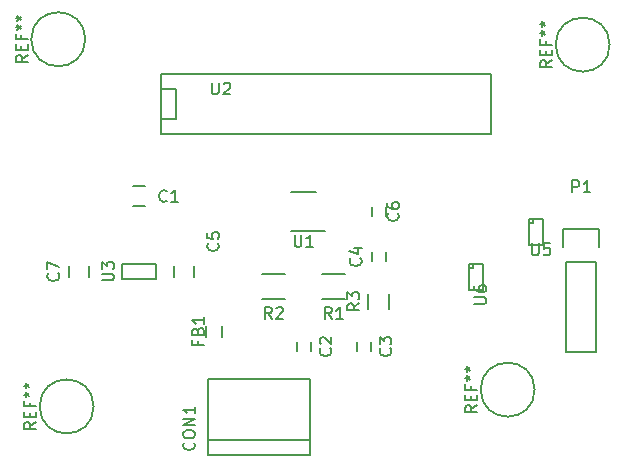
<source format=gbr>
G04 #@! TF.FileFunction,Legend,Top*
%FSLAX46Y46*%
G04 Gerber Fmt 4.6, Leading zero omitted, Abs format (unit mm)*
G04 Created by KiCad (PCBNEW (2015-07-31 BZR 6030)-product) date Sat Sep 12 09:45:30 2015*
%MOMM*%
G01*
G04 APERTURE LIST*
%ADD10C,0.100000*%
%ADD11C,0.150000*%
G04 APERTURE END LIST*
D10*
D11*
X171363600Y-118454000D02*
G75*
G03X171363600Y-118454000I-2286000J0D01*
G01*
X177713600Y-89244000D02*
G75*
G03X177713600Y-89244000I-2286000J0D01*
G01*
X133314400Y-88786800D02*
G75*
G03X133314400Y-88786800I-2286000J0D01*
G01*
X138335600Y-101246400D02*
X137335600Y-101246400D01*
X137335600Y-102946400D02*
X138335600Y-102946400D01*
X152405600Y-114446400D02*
X152405600Y-115146400D01*
X151205600Y-115146400D02*
X151205600Y-114446400D01*
X157485600Y-114446400D02*
X157485600Y-115146400D01*
X156285600Y-115146400D02*
X156285600Y-114446400D01*
X157555600Y-107526400D02*
X157555600Y-106826400D01*
X158755600Y-106826400D02*
X158755600Y-107526400D01*
X140795600Y-107946400D02*
X140795600Y-108946400D01*
X142495600Y-108946400D02*
X142495600Y-107946400D01*
X157555600Y-103716400D02*
X157555600Y-103016400D01*
X158755600Y-103016400D02*
X158755600Y-103716400D01*
X131905600Y-107946400D02*
X131905600Y-108946400D01*
X133605600Y-108946400D02*
X133605600Y-107946400D01*
X143675600Y-123986400D02*
X152375600Y-123986400D01*
X143675600Y-117581400D02*
X152375600Y-117581400D01*
X152375600Y-117581400D02*
X152375600Y-123986400D01*
X152375600Y-122756400D02*
X143675600Y-122756400D01*
X143675600Y-123986400D02*
X143675600Y-117581400D01*
X143510600Y-114026400D02*
X143510600Y-113026400D01*
X144860600Y-113026400D02*
X144860600Y-114026400D01*
X174030600Y-107659000D02*
X174030600Y-115279000D01*
X176570600Y-107659000D02*
X176570600Y-115279000D01*
X176850600Y-104839000D02*
X176850600Y-106389000D01*
X174030600Y-115279000D02*
X176570600Y-115279000D01*
X176570600Y-107659000D02*
X174030600Y-107659000D01*
X173750600Y-106389000D02*
X173750600Y-104839000D01*
X173750600Y-104839000D02*
X176850600Y-104839000D01*
X153345600Y-108641400D02*
X155345600Y-108641400D01*
X155345600Y-110791400D02*
X153345600Y-110791400D01*
X148265600Y-108641400D02*
X150265600Y-108641400D01*
X150265600Y-110791400D02*
X148265600Y-110791400D01*
X159030600Y-110386400D02*
X159030600Y-111586400D01*
X157280600Y-111586400D02*
X157280600Y-110386400D01*
X152855600Y-101741400D02*
X150755600Y-101741400D01*
X153630600Y-104991400D02*
X150755600Y-104991400D01*
X139715200Y-93003200D02*
X140985200Y-93003200D01*
X140985200Y-93003200D02*
X140985200Y-95543200D01*
X140985200Y-95543200D02*
X139715200Y-95543200D01*
X139715200Y-91733200D02*
X167655200Y-91733200D01*
X167655200Y-91733200D02*
X167655200Y-96813200D01*
X167655200Y-96813200D02*
X139715200Y-96813200D01*
X139715200Y-96813200D02*
X139715200Y-91733200D01*
X139285600Y-107846400D02*
X136385600Y-107846400D01*
X139285600Y-109046400D02*
X136385600Y-109046400D01*
X136385600Y-109046400D02*
X136385600Y-107846400D01*
X139285600Y-107846400D02*
X139285600Y-109046400D01*
X171190600Y-104019000D02*
X171190600Y-104319000D01*
X171190600Y-104319000D02*
X170890600Y-104319000D01*
X172090600Y-106219000D02*
X172090600Y-104019000D01*
X172090600Y-104019000D02*
X170890600Y-104019000D01*
X170890600Y-104019000D02*
X170890600Y-106219000D01*
X170890600Y-106219000D02*
X172090600Y-106219000D01*
X166110600Y-107829000D02*
X166110600Y-108129000D01*
X166110600Y-108129000D02*
X165810600Y-108129000D01*
X167010600Y-110029000D02*
X167010600Y-107829000D01*
X167010600Y-107829000D02*
X165810600Y-107829000D01*
X165810600Y-107829000D02*
X165810600Y-110029000D01*
X165810600Y-110029000D02*
X167010600Y-110029000D01*
X134025600Y-119876400D02*
G75*
G03X134025600Y-119876400I-2286000J0D01*
G01*
X166481981Y-119787333D02*
X166005790Y-120120667D01*
X166481981Y-120358762D02*
X165481981Y-120358762D01*
X165481981Y-119977809D01*
X165529600Y-119882571D01*
X165577219Y-119834952D01*
X165672457Y-119787333D01*
X165815314Y-119787333D01*
X165910552Y-119834952D01*
X165958171Y-119882571D01*
X166005790Y-119977809D01*
X166005790Y-120358762D01*
X165958171Y-119358762D02*
X165958171Y-119025428D01*
X166481981Y-118882571D02*
X166481981Y-119358762D01*
X165481981Y-119358762D01*
X165481981Y-118882571D01*
X165958171Y-118120666D02*
X165958171Y-118454000D01*
X166481981Y-118454000D02*
X165481981Y-118454000D01*
X165481981Y-117977809D01*
X165481981Y-117454000D02*
X165720076Y-117454000D01*
X165624838Y-117692095D02*
X165720076Y-117454000D01*
X165624838Y-117215904D01*
X165910552Y-117596857D02*
X165720076Y-117454000D01*
X165910552Y-117311142D01*
X165481981Y-116692095D02*
X165720076Y-116692095D01*
X165624838Y-116930190D02*
X165720076Y-116692095D01*
X165624838Y-116453999D01*
X165910552Y-116834952D02*
X165720076Y-116692095D01*
X165910552Y-116549237D01*
X172831981Y-90577333D02*
X172355790Y-90910667D01*
X172831981Y-91148762D02*
X171831981Y-91148762D01*
X171831981Y-90767809D01*
X171879600Y-90672571D01*
X171927219Y-90624952D01*
X172022457Y-90577333D01*
X172165314Y-90577333D01*
X172260552Y-90624952D01*
X172308171Y-90672571D01*
X172355790Y-90767809D01*
X172355790Y-91148762D01*
X172308171Y-90148762D02*
X172308171Y-89815428D01*
X172831981Y-89672571D02*
X172831981Y-90148762D01*
X171831981Y-90148762D01*
X171831981Y-89672571D01*
X172308171Y-88910666D02*
X172308171Y-89244000D01*
X172831981Y-89244000D02*
X171831981Y-89244000D01*
X171831981Y-88767809D01*
X171831981Y-88244000D02*
X172070076Y-88244000D01*
X171974838Y-88482095D02*
X172070076Y-88244000D01*
X171974838Y-88005904D01*
X172260552Y-88386857D02*
X172070076Y-88244000D01*
X172260552Y-88101142D01*
X171831981Y-87482095D02*
X172070076Y-87482095D01*
X171974838Y-87720190D02*
X172070076Y-87482095D01*
X171974838Y-87243999D01*
X172260552Y-87624952D02*
X172070076Y-87482095D01*
X172260552Y-87339237D01*
X128432781Y-90120133D02*
X127956590Y-90453467D01*
X128432781Y-90691562D02*
X127432781Y-90691562D01*
X127432781Y-90310609D01*
X127480400Y-90215371D01*
X127528019Y-90167752D01*
X127623257Y-90120133D01*
X127766114Y-90120133D01*
X127861352Y-90167752D01*
X127908971Y-90215371D01*
X127956590Y-90310609D01*
X127956590Y-90691562D01*
X127908971Y-89691562D02*
X127908971Y-89358228D01*
X128432781Y-89215371D02*
X128432781Y-89691562D01*
X127432781Y-89691562D01*
X127432781Y-89215371D01*
X127908971Y-88453466D02*
X127908971Y-88786800D01*
X128432781Y-88786800D02*
X127432781Y-88786800D01*
X127432781Y-88310609D01*
X127432781Y-87786800D02*
X127670876Y-87786800D01*
X127575638Y-88024895D02*
X127670876Y-87786800D01*
X127575638Y-87548704D01*
X127861352Y-87929657D02*
X127670876Y-87786800D01*
X127861352Y-87643942D01*
X127432781Y-87024895D02*
X127670876Y-87024895D01*
X127575638Y-87262990D02*
X127670876Y-87024895D01*
X127575638Y-86786799D01*
X127861352Y-87167752D02*
X127670876Y-87024895D01*
X127861352Y-86882037D01*
X140208934Y-102453543D02*
X140161315Y-102501162D01*
X140018458Y-102548781D01*
X139923220Y-102548781D01*
X139780362Y-102501162D01*
X139685124Y-102405924D01*
X139637505Y-102310686D01*
X139589886Y-102120210D01*
X139589886Y-101977352D01*
X139637505Y-101786876D01*
X139685124Y-101691638D01*
X139780362Y-101596400D01*
X139923220Y-101548781D01*
X140018458Y-101548781D01*
X140161315Y-101596400D01*
X140208934Y-101644019D01*
X141161315Y-102548781D02*
X140589886Y-102548781D01*
X140875600Y-102548781D02*
X140875600Y-101548781D01*
X140780362Y-101691638D01*
X140685124Y-101786876D01*
X140589886Y-101834495D01*
X154062743Y-114963066D02*
X154110362Y-115010685D01*
X154157981Y-115153542D01*
X154157981Y-115248780D01*
X154110362Y-115391638D01*
X154015124Y-115486876D01*
X153919886Y-115534495D01*
X153729410Y-115582114D01*
X153586552Y-115582114D01*
X153396076Y-115534495D01*
X153300838Y-115486876D01*
X153205600Y-115391638D01*
X153157981Y-115248780D01*
X153157981Y-115153542D01*
X153205600Y-115010685D01*
X153253219Y-114963066D01*
X153253219Y-114582114D02*
X153205600Y-114534495D01*
X153157981Y-114439257D01*
X153157981Y-114201161D01*
X153205600Y-114105923D01*
X153253219Y-114058304D01*
X153348457Y-114010685D01*
X153443695Y-114010685D01*
X153586552Y-114058304D01*
X154157981Y-114629733D01*
X154157981Y-114010685D01*
X159142743Y-114963066D02*
X159190362Y-115010685D01*
X159237981Y-115153542D01*
X159237981Y-115248780D01*
X159190362Y-115391638D01*
X159095124Y-115486876D01*
X158999886Y-115534495D01*
X158809410Y-115582114D01*
X158666552Y-115582114D01*
X158476076Y-115534495D01*
X158380838Y-115486876D01*
X158285600Y-115391638D01*
X158237981Y-115248780D01*
X158237981Y-115153542D01*
X158285600Y-115010685D01*
X158333219Y-114963066D01*
X158237981Y-114629733D02*
X158237981Y-114010685D01*
X158618933Y-114344019D01*
X158618933Y-114201161D01*
X158666552Y-114105923D01*
X158714171Y-114058304D01*
X158809410Y-114010685D01*
X159047505Y-114010685D01*
X159142743Y-114058304D01*
X159190362Y-114105923D01*
X159237981Y-114201161D01*
X159237981Y-114486876D01*
X159190362Y-114582114D01*
X159142743Y-114629733D01*
X156612743Y-107343066D02*
X156660362Y-107390685D01*
X156707981Y-107533542D01*
X156707981Y-107628780D01*
X156660362Y-107771638D01*
X156565124Y-107866876D01*
X156469886Y-107914495D01*
X156279410Y-107962114D01*
X156136552Y-107962114D01*
X155946076Y-107914495D01*
X155850838Y-107866876D01*
X155755600Y-107771638D01*
X155707981Y-107628780D01*
X155707981Y-107533542D01*
X155755600Y-107390685D01*
X155803219Y-107343066D01*
X156041314Y-106485923D02*
X156707981Y-106485923D01*
X155660362Y-106724019D02*
X156374648Y-106962114D01*
X156374648Y-106343066D01*
X144542743Y-106073066D02*
X144590362Y-106120685D01*
X144637981Y-106263542D01*
X144637981Y-106358780D01*
X144590362Y-106501638D01*
X144495124Y-106596876D01*
X144399886Y-106644495D01*
X144209410Y-106692114D01*
X144066552Y-106692114D01*
X143876076Y-106644495D01*
X143780838Y-106596876D01*
X143685600Y-106501638D01*
X143637981Y-106358780D01*
X143637981Y-106263542D01*
X143685600Y-106120685D01*
X143733219Y-106073066D01*
X143637981Y-105168304D02*
X143637981Y-105644495D01*
X144114171Y-105692114D01*
X144066552Y-105644495D01*
X144018933Y-105549257D01*
X144018933Y-105311161D01*
X144066552Y-105215923D01*
X144114171Y-105168304D01*
X144209410Y-105120685D01*
X144447505Y-105120685D01*
X144542743Y-105168304D01*
X144590362Y-105215923D01*
X144637981Y-105311161D01*
X144637981Y-105549257D01*
X144590362Y-105644495D01*
X144542743Y-105692114D01*
X159782743Y-103533066D02*
X159830362Y-103580685D01*
X159877981Y-103723542D01*
X159877981Y-103818780D01*
X159830362Y-103961638D01*
X159735124Y-104056876D01*
X159639886Y-104104495D01*
X159449410Y-104152114D01*
X159306552Y-104152114D01*
X159116076Y-104104495D01*
X159020838Y-104056876D01*
X158925600Y-103961638D01*
X158877981Y-103818780D01*
X158877981Y-103723542D01*
X158925600Y-103580685D01*
X158973219Y-103533066D01*
X158877981Y-102675923D02*
X158877981Y-102866400D01*
X158925600Y-102961638D01*
X158973219Y-103009257D01*
X159116076Y-103104495D01*
X159306552Y-103152114D01*
X159687505Y-103152114D01*
X159782743Y-103104495D01*
X159830362Y-103056876D01*
X159877981Y-102961638D01*
X159877981Y-102771161D01*
X159830362Y-102675923D01*
X159782743Y-102628304D01*
X159687505Y-102580685D01*
X159449410Y-102580685D01*
X159354171Y-102628304D01*
X159306552Y-102675923D01*
X159258933Y-102771161D01*
X159258933Y-102961638D01*
X159306552Y-103056876D01*
X159354171Y-103104495D01*
X159449410Y-103152114D01*
X131012743Y-108613066D02*
X131060362Y-108660685D01*
X131107981Y-108803542D01*
X131107981Y-108898780D01*
X131060362Y-109041638D01*
X130965124Y-109136876D01*
X130869886Y-109184495D01*
X130679410Y-109232114D01*
X130536552Y-109232114D01*
X130346076Y-109184495D01*
X130250838Y-109136876D01*
X130155600Y-109041638D01*
X130107981Y-108898780D01*
X130107981Y-108803542D01*
X130155600Y-108660685D01*
X130203219Y-108613066D01*
X130107981Y-108279733D02*
X130107981Y-107613066D01*
X131107981Y-108041638D01*
X142507743Y-122945685D02*
X142555362Y-122993304D01*
X142602981Y-123136161D01*
X142602981Y-123231399D01*
X142555362Y-123374257D01*
X142460124Y-123469495D01*
X142364886Y-123517114D01*
X142174410Y-123564733D01*
X142031552Y-123564733D01*
X141841076Y-123517114D01*
X141745838Y-123469495D01*
X141650600Y-123374257D01*
X141602981Y-123231399D01*
X141602981Y-123136161D01*
X141650600Y-122993304D01*
X141698219Y-122945685D01*
X141602981Y-122326638D02*
X141602981Y-122136161D01*
X141650600Y-122040923D01*
X141745838Y-121945685D01*
X141936314Y-121898066D01*
X142269648Y-121898066D01*
X142460124Y-121945685D01*
X142555362Y-122040923D01*
X142602981Y-122136161D01*
X142602981Y-122326638D01*
X142555362Y-122421876D01*
X142460124Y-122517114D01*
X142269648Y-122564733D01*
X141936314Y-122564733D01*
X141745838Y-122517114D01*
X141650600Y-122421876D01*
X141602981Y-122326638D01*
X142602981Y-121469495D02*
X141602981Y-121469495D01*
X142602981Y-120898066D01*
X141602981Y-120898066D01*
X142602981Y-119898066D02*
X142602981Y-120469495D01*
X142602981Y-120183781D02*
X141602981Y-120183781D01*
X141745838Y-120279019D01*
X141841076Y-120374257D01*
X141888695Y-120469495D01*
X142844171Y-114359733D02*
X142844171Y-114693067D01*
X143367981Y-114693067D02*
X142367981Y-114693067D01*
X142367981Y-114216876D01*
X142844171Y-113502590D02*
X142891790Y-113359733D01*
X142939410Y-113312114D01*
X143034648Y-113264495D01*
X143177505Y-113264495D01*
X143272743Y-113312114D01*
X143320362Y-113359733D01*
X143367981Y-113454971D01*
X143367981Y-113835924D01*
X142367981Y-113835924D01*
X142367981Y-113502590D01*
X142415600Y-113407352D01*
X142463219Y-113359733D01*
X142558457Y-113312114D01*
X142653695Y-113312114D01*
X142748933Y-113359733D01*
X142796552Y-113407352D01*
X142844171Y-113502590D01*
X142844171Y-113835924D01*
X143367981Y-112312114D02*
X143367981Y-112883543D01*
X143367981Y-112597829D02*
X142367981Y-112597829D01*
X142510838Y-112693067D01*
X142606076Y-112788305D01*
X142653695Y-112883543D01*
X174562505Y-101741381D02*
X174562505Y-100741381D01*
X174943458Y-100741381D01*
X175038696Y-100789000D01*
X175086315Y-100836619D01*
X175133934Y-100931857D01*
X175133934Y-101074714D01*
X175086315Y-101169952D01*
X175038696Y-101217571D01*
X174943458Y-101265190D01*
X174562505Y-101265190D01*
X176086315Y-101741381D02*
X175514886Y-101741381D01*
X175800600Y-101741381D02*
X175800600Y-100741381D01*
X175705362Y-100884238D01*
X175610124Y-100979476D01*
X175514886Y-101027095D01*
X154178934Y-112468781D02*
X153845600Y-111992590D01*
X153607505Y-112468781D02*
X153607505Y-111468781D01*
X153988458Y-111468781D01*
X154083696Y-111516400D01*
X154131315Y-111564019D01*
X154178934Y-111659257D01*
X154178934Y-111802114D01*
X154131315Y-111897352D01*
X154083696Y-111944971D01*
X153988458Y-111992590D01*
X153607505Y-111992590D01*
X155131315Y-112468781D02*
X154559886Y-112468781D01*
X154845600Y-112468781D02*
X154845600Y-111468781D01*
X154750362Y-111611638D01*
X154655124Y-111706876D01*
X154559886Y-111754495D01*
X149098934Y-112468781D02*
X148765600Y-111992590D01*
X148527505Y-112468781D02*
X148527505Y-111468781D01*
X148908458Y-111468781D01*
X149003696Y-111516400D01*
X149051315Y-111564019D01*
X149098934Y-111659257D01*
X149098934Y-111802114D01*
X149051315Y-111897352D01*
X149003696Y-111944971D01*
X148908458Y-111992590D01*
X148527505Y-111992590D01*
X149479886Y-111564019D02*
X149527505Y-111516400D01*
X149622743Y-111468781D01*
X149860839Y-111468781D01*
X149956077Y-111516400D01*
X150003696Y-111564019D01*
X150051315Y-111659257D01*
X150051315Y-111754495D01*
X150003696Y-111897352D01*
X149432267Y-112468781D01*
X150051315Y-112468781D01*
X156507981Y-111153066D02*
X156031790Y-111486400D01*
X156507981Y-111724495D02*
X155507981Y-111724495D01*
X155507981Y-111343542D01*
X155555600Y-111248304D01*
X155603219Y-111200685D01*
X155698457Y-111153066D01*
X155841314Y-111153066D01*
X155936552Y-111200685D01*
X155984171Y-111248304D01*
X156031790Y-111343542D01*
X156031790Y-111724495D01*
X155507981Y-110819733D02*
X155507981Y-110200685D01*
X155888933Y-110534019D01*
X155888933Y-110391161D01*
X155936552Y-110295923D01*
X155984171Y-110248304D01*
X156079410Y-110200685D01*
X156317505Y-110200685D01*
X156412743Y-110248304D01*
X156460362Y-110295923D01*
X156507981Y-110391161D01*
X156507981Y-110676876D01*
X156460362Y-110772114D01*
X156412743Y-110819733D01*
X151043695Y-105368781D02*
X151043695Y-106178305D01*
X151091314Y-106273543D01*
X151138933Y-106321162D01*
X151234171Y-106368781D01*
X151424648Y-106368781D01*
X151519886Y-106321162D01*
X151567505Y-106273543D01*
X151615124Y-106178305D01*
X151615124Y-105368781D01*
X152615124Y-106368781D02*
X152043695Y-106368781D01*
X152329409Y-106368781D02*
X152329409Y-105368781D01*
X152234171Y-105511638D01*
X152138933Y-105606876D01*
X152043695Y-105654495D01*
X144033295Y-92455581D02*
X144033295Y-93265105D01*
X144080914Y-93360343D01*
X144128533Y-93407962D01*
X144223771Y-93455581D01*
X144414248Y-93455581D01*
X144509486Y-93407962D01*
X144557105Y-93360343D01*
X144604724Y-93265105D01*
X144604724Y-92455581D01*
X145033295Y-92550819D02*
X145080914Y-92503200D01*
X145176152Y-92455581D01*
X145414248Y-92455581D01*
X145509486Y-92503200D01*
X145557105Y-92550819D01*
X145604724Y-92646057D01*
X145604724Y-92741295D01*
X145557105Y-92884152D01*
X144985676Y-93455581D01*
X145604724Y-93455581D01*
X134747981Y-109208305D02*
X135557505Y-109208305D01*
X135652743Y-109160686D01*
X135700362Y-109113067D01*
X135747981Y-109017829D01*
X135747981Y-108827352D01*
X135700362Y-108732114D01*
X135652743Y-108684495D01*
X135557505Y-108636876D01*
X134747981Y-108636876D01*
X134747981Y-108255924D02*
X134747981Y-107636876D01*
X135128933Y-107970210D01*
X135128933Y-107827352D01*
X135176552Y-107732114D01*
X135224171Y-107684495D01*
X135319410Y-107636876D01*
X135557505Y-107636876D01*
X135652743Y-107684495D01*
X135700362Y-107732114D01*
X135747981Y-107827352D01*
X135747981Y-108113067D01*
X135700362Y-108208305D01*
X135652743Y-108255924D01*
X171128695Y-106071381D02*
X171128695Y-106880905D01*
X171176314Y-106976143D01*
X171223933Y-107023762D01*
X171319171Y-107071381D01*
X171509648Y-107071381D01*
X171604886Y-107023762D01*
X171652505Y-106976143D01*
X171700124Y-106880905D01*
X171700124Y-106071381D01*
X172652505Y-106071381D02*
X172176314Y-106071381D01*
X172128695Y-106547571D01*
X172176314Y-106499952D01*
X172271552Y-106452333D01*
X172509648Y-106452333D01*
X172604886Y-106499952D01*
X172652505Y-106547571D01*
X172700124Y-106642810D01*
X172700124Y-106880905D01*
X172652505Y-106976143D01*
X172604886Y-107023762D01*
X172509648Y-107071381D01*
X172271552Y-107071381D01*
X172176314Y-107023762D01*
X172128695Y-106976143D01*
X166262981Y-111190905D02*
X167072505Y-111190905D01*
X167167743Y-111143286D01*
X167215362Y-111095667D01*
X167262981Y-111000429D01*
X167262981Y-110809952D01*
X167215362Y-110714714D01*
X167167743Y-110667095D01*
X167072505Y-110619476D01*
X166262981Y-110619476D01*
X166262981Y-109714714D02*
X166262981Y-109905191D01*
X166310600Y-110000429D01*
X166358219Y-110048048D01*
X166501076Y-110143286D01*
X166691552Y-110190905D01*
X167072505Y-110190905D01*
X167167743Y-110143286D01*
X167215362Y-110095667D01*
X167262981Y-110000429D01*
X167262981Y-109809952D01*
X167215362Y-109714714D01*
X167167743Y-109667095D01*
X167072505Y-109619476D01*
X166834410Y-109619476D01*
X166739171Y-109667095D01*
X166691552Y-109714714D01*
X166643933Y-109809952D01*
X166643933Y-110000429D01*
X166691552Y-110095667D01*
X166739171Y-110143286D01*
X166834410Y-110190905D01*
X129143981Y-121209733D02*
X128667790Y-121543067D01*
X129143981Y-121781162D02*
X128143981Y-121781162D01*
X128143981Y-121400209D01*
X128191600Y-121304971D01*
X128239219Y-121257352D01*
X128334457Y-121209733D01*
X128477314Y-121209733D01*
X128572552Y-121257352D01*
X128620171Y-121304971D01*
X128667790Y-121400209D01*
X128667790Y-121781162D01*
X128620171Y-120781162D02*
X128620171Y-120447828D01*
X129143981Y-120304971D02*
X129143981Y-120781162D01*
X128143981Y-120781162D01*
X128143981Y-120304971D01*
X128620171Y-119543066D02*
X128620171Y-119876400D01*
X129143981Y-119876400D02*
X128143981Y-119876400D01*
X128143981Y-119400209D01*
X128143981Y-118876400D02*
X128382076Y-118876400D01*
X128286838Y-119114495D02*
X128382076Y-118876400D01*
X128286838Y-118638304D01*
X128572552Y-119019257D02*
X128382076Y-118876400D01*
X128572552Y-118733542D01*
X128143981Y-118114495D02*
X128382076Y-118114495D01*
X128286838Y-118352590D02*
X128382076Y-118114495D01*
X128286838Y-117876399D01*
X128572552Y-118257352D02*
X128382076Y-118114495D01*
X128572552Y-117971637D01*
M02*

</source>
